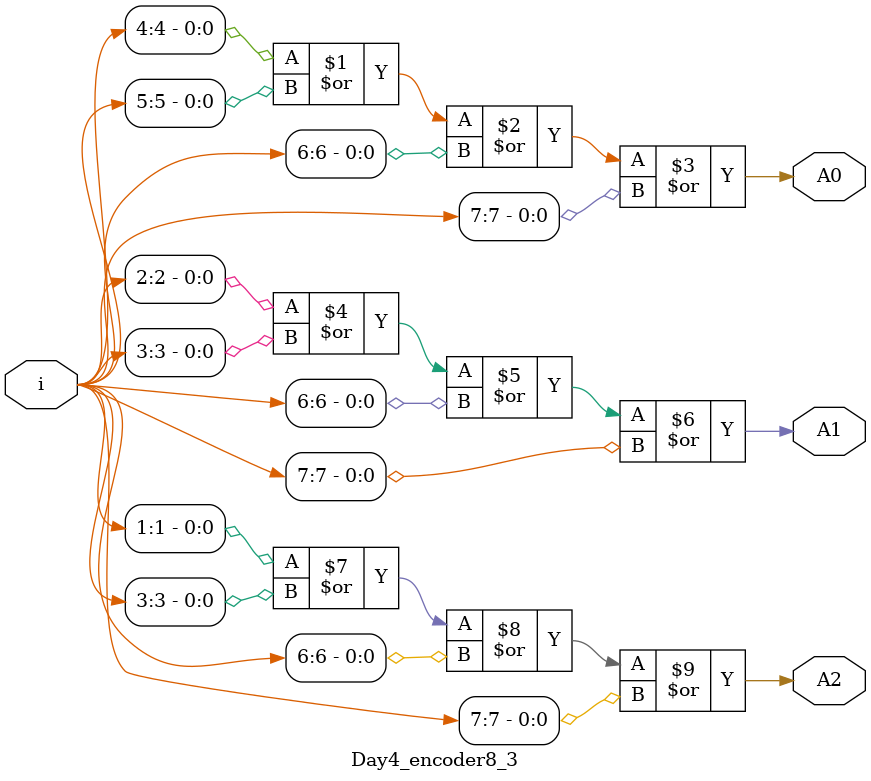
<source format=v>
`timescale 1ns / 1ps


module Day4_encoder8_3(i, A0,A1,A2); 
input [0:7]i; 
output A0,A1,A2;
    assign A0=i[4]|i[5]|i[6]|i[7];
    assign A1=i[2]|i[3]|i[6]|i[7];
    assign A2=i[1]|i[3]|i[6]|i[7];
endmodule

</source>
